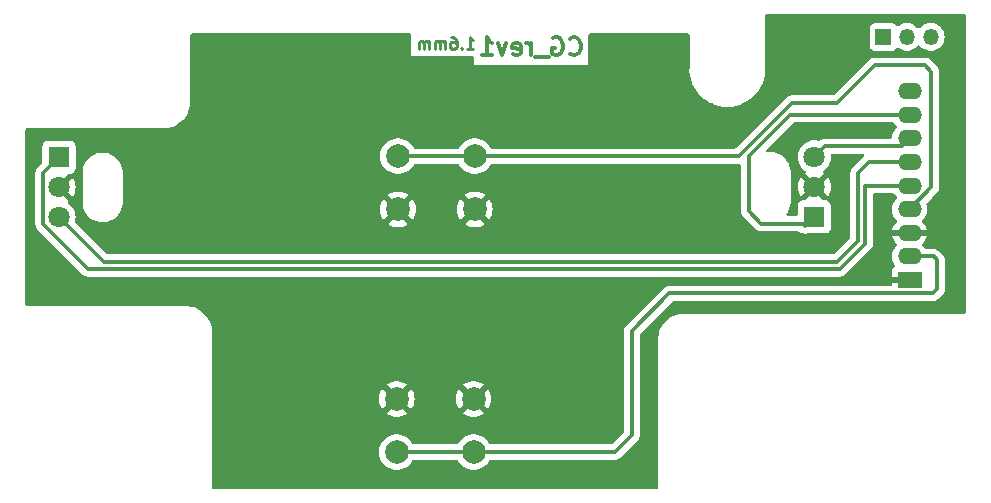
<source format=gbr>
%TF.GenerationSoftware,KiCad,Pcbnew,8.0.3*%
%TF.CreationDate,2024-07-06T14:58:55+01:00*%
%TF.ProjectId,XBox button board,58426f78-2062-4757-9474-6f6e20626f61,rev?*%
%TF.SameCoordinates,Original*%
%TF.FileFunction,Copper,L2,Bot*%
%TF.FilePolarity,Positive*%
%FSLAX46Y46*%
G04 Gerber Fmt 4.6, Leading zero omitted, Abs format (unit mm)*
G04 Created by KiCad (PCBNEW 8.0.3) date 2024-07-06 14:58:55*
%MOMM*%
%LPD*%
G01*
G04 APERTURE LIST*
%ADD10C,0.300000*%
%TA.AperFunction,NonConductor*%
%ADD11C,0.300000*%
%TD*%
%ADD12C,0.250000*%
%TA.AperFunction,NonConductor*%
%ADD13C,0.250000*%
%TD*%
%TA.AperFunction,ComponentPad*%
%ADD14C,2.000000*%
%TD*%
%TA.AperFunction,ComponentPad*%
%ADD15R,1.800000X1.800000*%
%TD*%
%TA.AperFunction,ComponentPad*%
%ADD16C,1.800000*%
%TD*%
%TA.AperFunction,ComponentPad*%
%ADD17R,1.350000X1.350000*%
%TD*%
%TA.AperFunction,ComponentPad*%
%ADD18O,1.350000X1.350000*%
%TD*%
%TA.AperFunction,ComponentPad*%
%ADD19R,2.000000X1.400000*%
%TD*%
%TA.AperFunction,ComponentPad*%
%ADD20O,2.000000X1.400000*%
%TD*%
%TA.AperFunction,Conductor*%
%ADD21C,0.300000*%
%TD*%
G04 APERTURE END LIST*
D10*
D11*
X155549176Y-81507971D02*
X155620604Y-81579400D01*
X155620604Y-81579400D02*
X155834890Y-81650828D01*
X155834890Y-81650828D02*
X155977747Y-81650828D01*
X155977747Y-81650828D02*
X156192033Y-81579400D01*
X156192033Y-81579400D02*
X156334890Y-81436542D01*
X156334890Y-81436542D02*
X156406319Y-81293685D01*
X156406319Y-81293685D02*
X156477747Y-81007971D01*
X156477747Y-81007971D02*
X156477747Y-80793685D01*
X156477747Y-80793685D02*
X156406319Y-80507971D01*
X156406319Y-80507971D02*
X156334890Y-80365114D01*
X156334890Y-80365114D02*
X156192033Y-80222257D01*
X156192033Y-80222257D02*
X155977747Y-80150828D01*
X155977747Y-80150828D02*
X155834890Y-80150828D01*
X155834890Y-80150828D02*
X155620604Y-80222257D01*
X155620604Y-80222257D02*
X155549176Y-80293685D01*
X154120604Y-80222257D02*
X154263462Y-80150828D01*
X154263462Y-80150828D02*
X154477747Y-80150828D01*
X154477747Y-80150828D02*
X154692033Y-80222257D01*
X154692033Y-80222257D02*
X154834890Y-80365114D01*
X154834890Y-80365114D02*
X154906319Y-80507971D01*
X154906319Y-80507971D02*
X154977747Y-80793685D01*
X154977747Y-80793685D02*
X154977747Y-81007971D01*
X154977747Y-81007971D02*
X154906319Y-81293685D01*
X154906319Y-81293685D02*
X154834890Y-81436542D01*
X154834890Y-81436542D02*
X154692033Y-81579400D01*
X154692033Y-81579400D02*
X154477747Y-81650828D01*
X154477747Y-81650828D02*
X154334890Y-81650828D01*
X154334890Y-81650828D02*
X154120604Y-81579400D01*
X154120604Y-81579400D02*
X154049176Y-81507971D01*
X154049176Y-81507971D02*
X154049176Y-81007971D01*
X154049176Y-81007971D02*
X154334890Y-81007971D01*
X153763462Y-81793685D02*
X152620604Y-81793685D01*
X152263462Y-81650828D02*
X152263462Y-80650828D01*
X152263462Y-80936542D02*
X152192033Y-80793685D01*
X152192033Y-80793685D02*
X152120605Y-80722257D01*
X152120605Y-80722257D02*
X151977747Y-80650828D01*
X151977747Y-80650828D02*
X151834890Y-80650828D01*
X150763462Y-81579400D02*
X150906319Y-81650828D01*
X150906319Y-81650828D02*
X151192034Y-81650828D01*
X151192034Y-81650828D02*
X151334891Y-81579400D01*
X151334891Y-81579400D02*
X151406319Y-81436542D01*
X151406319Y-81436542D02*
X151406319Y-80865114D01*
X151406319Y-80865114D02*
X151334891Y-80722257D01*
X151334891Y-80722257D02*
X151192034Y-80650828D01*
X151192034Y-80650828D02*
X150906319Y-80650828D01*
X150906319Y-80650828D02*
X150763462Y-80722257D01*
X150763462Y-80722257D02*
X150692034Y-80865114D01*
X150692034Y-80865114D02*
X150692034Y-81007971D01*
X150692034Y-81007971D02*
X151406319Y-81150828D01*
X150192034Y-80650828D02*
X149834891Y-81650828D01*
X149834891Y-81650828D02*
X149477748Y-80650828D01*
X148120605Y-81650828D02*
X148977748Y-81650828D01*
X148549177Y-81650828D02*
X148549177Y-80150828D01*
X148549177Y-80150828D02*
X148692034Y-80365114D01*
X148692034Y-80365114D02*
X148834891Y-80507971D01*
X148834891Y-80507971D02*
X148977748Y-80579400D01*
D12*
D13*
X146823622Y-81114619D02*
X147395050Y-81114619D01*
X147109336Y-81114619D02*
X147109336Y-80114619D01*
X147109336Y-80114619D02*
X147204574Y-80257476D01*
X147204574Y-80257476D02*
X147299812Y-80352714D01*
X147299812Y-80352714D02*
X147395050Y-80400333D01*
X146395050Y-81019380D02*
X146347431Y-81067000D01*
X146347431Y-81067000D02*
X146395050Y-81114619D01*
X146395050Y-81114619D02*
X146442669Y-81067000D01*
X146442669Y-81067000D02*
X146395050Y-81019380D01*
X146395050Y-81019380D02*
X146395050Y-81114619D01*
X145490289Y-80114619D02*
X145680765Y-80114619D01*
X145680765Y-80114619D02*
X145776003Y-80162238D01*
X145776003Y-80162238D02*
X145823622Y-80209857D01*
X145823622Y-80209857D02*
X145918860Y-80352714D01*
X145918860Y-80352714D02*
X145966479Y-80543190D01*
X145966479Y-80543190D02*
X145966479Y-80924142D01*
X145966479Y-80924142D02*
X145918860Y-81019380D01*
X145918860Y-81019380D02*
X145871241Y-81067000D01*
X145871241Y-81067000D02*
X145776003Y-81114619D01*
X145776003Y-81114619D02*
X145585527Y-81114619D01*
X145585527Y-81114619D02*
X145490289Y-81067000D01*
X145490289Y-81067000D02*
X145442670Y-81019380D01*
X145442670Y-81019380D02*
X145395051Y-80924142D01*
X145395051Y-80924142D02*
X145395051Y-80686047D01*
X145395051Y-80686047D02*
X145442670Y-80590809D01*
X145442670Y-80590809D02*
X145490289Y-80543190D01*
X145490289Y-80543190D02*
X145585527Y-80495571D01*
X145585527Y-80495571D02*
X145776003Y-80495571D01*
X145776003Y-80495571D02*
X145871241Y-80543190D01*
X145871241Y-80543190D02*
X145918860Y-80590809D01*
X145918860Y-80590809D02*
X145966479Y-80686047D01*
X144966479Y-81114619D02*
X144966479Y-80447952D01*
X144966479Y-80543190D02*
X144918860Y-80495571D01*
X144918860Y-80495571D02*
X144823622Y-80447952D01*
X144823622Y-80447952D02*
X144680765Y-80447952D01*
X144680765Y-80447952D02*
X144585527Y-80495571D01*
X144585527Y-80495571D02*
X144537908Y-80590809D01*
X144537908Y-80590809D02*
X144537908Y-81114619D01*
X144537908Y-80590809D02*
X144490289Y-80495571D01*
X144490289Y-80495571D02*
X144395051Y-80447952D01*
X144395051Y-80447952D02*
X144252194Y-80447952D01*
X144252194Y-80447952D02*
X144156955Y-80495571D01*
X144156955Y-80495571D02*
X144109336Y-80590809D01*
X144109336Y-80590809D02*
X144109336Y-81114619D01*
X143633146Y-81114619D02*
X143633146Y-80447952D01*
X143633146Y-80543190D02*
X143585527Y-80495571D01*
X143585527Y-80495571D02*
X143490289Y-80447952D01*
X143490289Y-80447952D02*
X143347432Y-80447952D01*
X143347432Y-80447952D02*
X143252194Y-80495571D01*
X143252194Y-80495571D02*
X143204575Y-80590809D01*
X143204575Y-80590809D02*
X143204575Y-81114619D01*
X143204575Y-80590809D02*
X143156956Y-80495571D01*
X143156956Y-80495571D02*
X143061718Y-80447952D01*
X143061718Y-80447952D02*
X142918861Y-80447952D01*
X142918861Y-80447952D02*
X142823622Y-80495571D01*
X142823622Y-80495571D02*
X142776003Y-80590809D01*
X142776003Y-80590809D02*
X142776003Y-81114619D01*
D14*
%TO.P,EJECT,1,1*%
%TO.N,GND*%
X147510830Y-94700000D03*
X141010830Y-94700000D03*
%TO.P,EJECT,2,2*%
%TO.N,Net-(J1-Pin_4)*%
X147510830Y-90200000D03*
X141010830Y-90200000D03*
%TD*%
D15*
%TO.P,D1,1,A1*%
%TO.N,Net-(D1-A1)*%
X112308830Y-90279000D03*
D16*
%TO.P,D1,2,K*%
%TO.N,GND*%
X112308830Y-92819000D03*
%TO.P,D1,3,A2*%
%TO.N,Net-(D1-A2)*%
X112308830Y-95359000D03*
%TD*%
D17*
%TO.P,J2,1,Pin_1*%
%TO.N,Net-(J2-Pin_1)*%
X182110830Y-80100000D03*
D18*
%TO.P,J2,2,Pin_2*%
%TO.N,Net-(HDD_LED1-C)*%
X184110830Y-80100000D03*
%TO.P,J2,3,Pin_3*%
%TO.N,Net-(J2-Pin_3)*%
X186110830Y-80100000D03*
%TD*%
D19*
%TO.P,J1,1,Pin_1*%
%TO.N,GND*%
X184317830Y-100693000D03*
D20*
%TO.P,J1,2,Pin_2*%
%TO.N,Net-(J1-Pin_2)*%
X184317830Y-98693000D03*
%TO.P,J1,3,Pin_3*%
%TO.N,GND*%
X184317830Y-96693000D03*
%TO.P,J1,4,Pin_4*%
%TO.N,Net-(J1-Pin_4)*%
X184317830Y-94693000D03*
%TO.P,J1,5,Pin_5*%
%TO.N,Net-(D1-A1)*%
X184317830Y-92693000D03*
%TO.P,J1,6,Pin_6*%
%TO.N,Net-(D1-A2)*%
X184317830Y-90693000D03*
%TO.P,J1,7,Pin_7*%
%TO.N,Net-(D2-A2)*%
X184317830Y-88693000D03*
%TO.P,J1,8,Pin_8*%
%TO.N,Net-(D2-A1)*%
X184317830Y-86693000D03*
%TO.P,J1,9,Pin_9*%
%TO.N,unconnected-(J1-Pin_9-Pad9)*%
X184317830Y-84693000D03*
%TD*%
D14*
%TO.P,POWER,1,1*%
%TO.N,GND*%
X140910830Y-110750000D03*
X147410830Y-110750000D03*
%TO.P,POWER,2,2*%
%TO.N,Net-(J1-Pin_2)*%
X140910830Y-115250000D03*
X147410830Y-115250000D03*
%TD*%
D15*
%TO.P,D2,1,A1*%
%TO.N,Net-(D2-A1)*%
X176250000Y-95330000D03*
D16*
%TO.P,D2,2,K*%
%TO.N,GND*%
X176250000Y-92790000D03*
%TO.P,D2,3,A2*%
%TO.N,Net-(D2-A2)*%
X176250000Y-90250000D03*
%TD*%
D21*
%TO.N,Net-(D1-A1)*%
X110958830Y-95918189D02*
X110958830Y-91629000D01*
X178409358Y-99750000D02*
X114790641Y-99750000D01*
X180617830Y-92693000D02*
X180560830Y-92750000D01*
X110958830Y-91629000D02*
X112308830Y-90279000D01*
X114790641Y-99750000D02*
X110958830Y-95918189D01*
X184317830Y-92693000D02*
X180617830Y-92693000D01*
X180560830Y-97598528D02*
X178409358Y-99750000D01*
X180560830Y-92750000D02*
X180560830Y-97598528D01*
%TO.N,Net-(D1-A2)*%
X179960830Y-97350000D02*
X178160830Y-99150000D01*
X180917830Y-90693000D02*
X179960830Y-91650000D01*
X184317830Y-90693000D02*
X180917830Y-90693000D01*
X179960830Y-91650000D02*
X179960830Y-97350000D01*
X178160830Y-99150000D02*
X116099830Y-99150000D01*
X116099830Y-99150000D02*
X112308830Y-95359000D01*
%TO.N,Net-(D2-A1)*%
X175671213Y-95908787D02*
X176250000Y-95330000D01*
X184317830Y-86693000D02*
X174217830Y-86693000D01*
X175500870Y-96100000D02*
X176130592Y-95470278D01*
X175661491Y-96058787D02*
X176250000Y-95470278D01*
X170698169Y-90212661D02*
X170698169Y-94848169D01*
X171758787Y-95908787D02*
X175671213Y-95908787D01*
X174217830Y-86693000D02*
X170698169Y-90212661D01*
X170698169Y-94848169D02*
X171758787Y-95908787D01*
%TO.N,Net-(J1-Pin_4)*%
X184317830Y-94693000D02*
X186160830Y-92850000D01*
X169862302Y-90200000D02*
X147510830Y-90200000D01*
X186160830Y-92850000D02*
X186160830Y-83050000D01*
X178160830Y-85700000D02*
X174362302Y-85700000D01*
X181360830Y-82500000D02*
X178160830Y-85700000D01*
X141010830Y-90200000D02*
X147510830Y-90200000D01*
X186160830Y-83050000D02*
X185610830Y-82500000D01*
X174362302Y-85700000D02*
X169862302Y-90200000D01*
X185610830Y-82500000D02*
X181360830Y-82500000D01*
%TO.N,Net-(J1-Pin_2)*%
X186660830Y-101450000D02*
X186292830Y-101818000D01*
X186353830Y-98693000D02*
X186660830Y-99000000D01*
X163992830Y-101818000D02*
X160810830Y-105000000D01*
X160810830Y-113800000D02*
X159360830Y-115250000D01*
X140910830Y-115250000D02*
X147410830Y-115250000D01*
X160810830Y-105000000D02*
X160810830Y-113800000D01*
X159360830Y-115250000D02*
X147410830Y-115250000D01*
X186292830Y-101818000D02*
X163992830Y-101818000D01*
X186660830Y-99000000D02*
X186660830Y-101450000D01*
X184317830Y-98693000D02*
X186353830Y-98693000D01*
%TO.N,Net-(D2-A2)*%
X184317830Y-88693000D02*
X183642830Y-89368000D01*
X183642830Y-89368000D02*
X177132000Y-89368000D01*
X177132000Y-89368000D02*
X176250000Y-90250000D01*
%TD*%
%TA.AperFunction,Conductor*%
%TO.N,GND*%
G36*
X183010404Y-87363185D02*
G01*
X183043682Y-87394613D01*
X183084207Y-87450391D01*
X183102141Y-87475074D01*
X183232386Y-87605319D01*
X183265871Y-87666642D01*
X183260887Y-87736334D01*
X183232386Y-87780681D01*
X183102142Y-87910924D01*
X183102142Y-87910925D01*
X183102140Y-87910927D01*
X183077433Y-87944933D01*
X182991070Y-88063800D01*
X182905284Y-88232163D01*
X182846889Y-88411881D01*
X182817331Y-88598504D01*
X182816961Y-88603217D01*
X182792083Y-88668508D01*
X182735856Y-88709984D01*
X182693342Y-88717500D01*
X177067929Y-88717500D01*
X176942261Y-88742497D01*
X176942255Y-88742499D01*
X176823870Y-88791535D01*
X176717334Y-88862720D01*
X176713261Y-88866063D01*
X176648948Y-88893369D01*
X176600165Y-88888113D01*
X176599951Y-88888960D01*
X176594987Y-88887703D01*
X176539836Y-88878500D01*
X176366049Y-88849500D01*
X176133951Y-88849500D01*
X176088164Y-88857140D01*
X175905015Y-88887702D01*
X175685504Y-88963061D01*
X175685495Y-88963064D01*
X175481371Y-89073531D01*
X175481365Y-89073535D01*
X175298222Y-89216081D01*
X175298219Y-89216084D01*
X175141016Y-89386852D01*
X175014075Y-89581151D01*
X174920842Y-89793699D01*
X174863866Y-90018691D01*
X174863864Y-90018702D01*
X174844700Y-90249993D01*
X174844700Y-90250006D01*
X174863864Y-90481297D01*
X174863866Y-90481308D01*
X174920842Y-90706300D01*
X175014075Y-90918848D01*
X175141016Y-91113147D01*
X175141019Y-91113151D01*
X175141021Y-91113153D01*
X175298216Y-91283913D01*
X175474777Y-91421335D01*
X175476225Y-91422462D01*
X175517038Y-91479173D01*
X175520713Y-91548946D01*
X175486082Y-91609629D01*
X175476225Y-91618170D01*
X175451201Y-91637646D01*
X175451200Y-91637647D01*
X176161415Y-92347861D01*
X176076306Y-92370667D01*
X175973694Y-92429910D01*
X175889910Y-92513694D01*
X175830667Y-92616306D01*
X175807861Y-92701415D01*
X175098811Y-91992365D01*
X175014516Y-92121390D01*
X174921317Y-92333864D01*
X174864361Y-92558781D01*
X174845202Y-92789994D01*
X174845202Y-92790005D01*
X174864361Y-93021218D01*
X174921317Y-93246135D01*
X175014515Y-93458606D01*
X175098812Y-93587633D01*
X175807861Y-92878584D01*
X175830667Y-92963694D01*
X175889910Y-93066306D01*
X175973694Y-93150090D01*
X176076306Y-93209333D01*
X176161414Y-93232138D01*
X175500371Y-93893181D01*
X175439048Y-93926666D01*
X175412691Y-93929500D01*
X175302130Y-93929500D01*
X175302123Y-93929501D01*
X175242516Y-93935908D01*
X175107671Y-93986202D01*
X175107664Y-93986206D01*
X174992455Y-94072452D01*
X174992452Y-94072455D01*
X174906206Y-94187664D01*
X174906202Y-94187671D01*
X174855908Y-94322517D01*
X174849501Y-94382116D01*
X174849501Y-94382123D01*
X174849500Y-94382135D01*
X174849500Y-95134287D01*
X174829815Y-95201326D01*
X174777011Y-95247081D01*
X174725500Y-95258287D01*
X174018944Y-95258287D01*
X173951905Y-95238602D01*
X173906150Y-95185798D01*
X173896206Y-95116640D01*
X173916488Y-95064438D01*
X174026805Y-94902634D01*
X174137389Y-94673004D01*
X174212513Y-94429458D01*
X174250500Y-94177435D01*
X174250500Y-94050000D01*
X174250500Y-94010118D01*
X174250500Y-91510118D01*
X174250500Y-91422565D01*
X174212513Y-91170542D01*
X174137389Y-90926996D01*
X174107961Y-90865888D01*
X174026809Y-90697373D01*
X174026808Y-90697372D01*
X174026807Y-90697371D01*
X174026805Y-90697366D01*
X173883232Y-90486783D01*
X173709877Y-90299950D01*
X173510612Y-90141041D01*
X173289888Y-90013607D01*
X173052637Y-89920492D01*
X173052630Y-89920490D01*
X172804154Y-89863777D01*
X172550005Y-89844732D01*
X172549995Y-89844732D01*
X172295844Y-89863777D01*
X172289360Y-89865257D01*
X172219621Y-89860981D01*
X172163265Y-89819681D01*
X172138183Y-89754468D01*
X172152340Y-89686048D01*
X172174086Y-89656688D01*
X174450957Y-87379819D01*
X174512280Y-87346334D01*
X174538638Y-87343500D01*
X182943365Y-87343500D01*
X183010404Y-87363185D01*
G37*
%TD.AperFunction*%
%TA.AperFunction,Conductor*%
G36*
X188946334Y-78160493D02*
G01*
X189013371Y-78180179D01*
X189059125Y-78232984D01*
X189070330Y-78284493D01*
X189070330Y-103416500D01*
X189050645Y-103483539D01*
X188997841Y-103529294D01*
X188946330Y-103540500D01*
X165184040Y-103540500D01*
X165183741Y-103540528D01*
X165102724Y-103540528D01*
X164838450Y-103572614D01*
X164838449Y-103572614D01*
X164579992Y-103636314D01*
X164331071Y-103730713D01*
X164095350Y-103854426D01*
X164095338Y-103854433D01*
X163876266Y-104005645D01*
X163677000Y-104182177D01*
X163500469Y-104381437D01*
X163456734Y-104444798D01*
X163349238Y-104600530D01*
X163225529Y-104836235D01*
X163131126Y-105085154D01*
X163067418Y-105343627D01*
X163035330Y-105607892D01*
X163035330Y-118275500D01*
X163015645Y-118342539D01*
X162962841Y-118388294D01*
X162911330Y-118399500D01*
X125374644Y-118399500D01*
X125307605Y-118379815D01*
X125261850Y-118327011D01*
X125250644Y-118275445D01*
X125251376Y-116628827D01*
X125253989Y-110749994D01*
X139405689Y-110749994D01*
X139405689Y-110750005D01*
X139426215Y-110997729D01*
X139426217Y-110997738D01*
X139487242Y-111238717D01*
X139587096Y-111466364D01*
X139687394Y-111619882D01*
X140387042Y-110920234D01*
X140398312Y-110962292D01*
X140470720Y-111087708D01*
X140573122Y-111190110D01*
X140698538Y-111262518D01*
X140740595Y-111273787D01*
X140040772Y-111973609D01*
X140087598Y-112010055D01*
X140087600Y-112010056D01*
X140306215Y-112128364D01*
X140306226Y-112128369D01*
X140541336Y-112209083D01*
X140786537Y-112250000D01*
X141035123Y-112250000D01*
X141280323Y-112209083D01*
X141515433Y-112128369D01*
X141515444Y-112128364D01*
X141734058Y-112010057D01*
X141734061Y-112010055D01*
X141780886Y-111973609D01*
X141081064Y-111273787D01*
X141123122Y-111262518D01*
X141248538Y-111190110D01*
X141350940Y-111087708D01*
X141423348Y-110962292D01*
X141434617Y-110920234D01*
X142134264Y-111619882D01*
X142234561Y-111466369D01*
X142334417Y-111238717D01*
X142395442Y-110997738D01*
X142395444Y-110997729D01*
X142415971Y-110750005D01*
X142415971Y-110749994D01*
X145905689Y-110749994D01*
X145905689Y-110750005D01*
X145926215Y-110997729D01*
X145926217Y-110997738D01*
X145987242Y-111238717D01*
X146087096Y-111466364D01*
X146187394Y-111619882D01*
X146887042Y-110920234D01*
X146898312Y-110962292D01*
X146970720Y-111087708D01*
X147073122Y-111190110D01*
X147198538Y-111262518D01*
X147240595Y-111273787D01*
X146540772Y-111973609D01*
X146587598Y-112010055D01*
X146587600Y-112010056D01*
X146806215Y-112128364D01*
X146806226Y-112128369D01*
X147041336Y-112209083D01*
X147286537Y-112250000D01*
X147535123Y-112250000D01*
X147780323Y-112209083D01*
X148015433Y-112128369D01*
X148015444Y-112128364D01*
X148234058Y-112010057D01*
X148234061Y-112010055D01*
X148280886Y-111973609D01*
X147581064Y-111273787D01*
X147623122Y-111262518D01*
X147748538Y-111190110D01*
X147850940Y-111087708D01*
X147923348Y-110962292D01*
X147934617Y-110920234D01*
X148634264Y-111619882D01*
X148734561Y-111466369D01*
X148834417Y-111238717D01*
X148895442Y-110997738D01*
X148895444Y-110997729D01*
X148915971Y-110750005D01*
X148915971Y-110749994D01*
X148895444Y-110502270D01*
X148895442Y-110502261D01*
X148834417Y-110261282D01*
X148734561Y-110033630D01*
X148634264Y-109880116D01*
X147934617Y-110579764D01*
X147923348Y-110537708D01*
X147850940Y-110412292D01*
X147748538Y-110309890D01*
X147623122Y-110237482D01*
X147581065Y-110226212D01*
X148280887Y-109526390D01*
X148280886Y-109526389D01*
X148234059Y-109489943D01*
X148015444Y-109371635D01*
X148015433Y-109371630D01*
X147780323Y-109290916D01*
X147535123Y-109250000D01*
X147286537Y-109250000D01*
X147041336Y-109290916D01*
X146806226Y-109371630D01*
X146806220Y-109371632D01*
X146587591Y-109489949D01*
X146540772Y-109526388D01*
X146540772Y-109526390D01*
X147240595Y-110226212D01*
X147198538Y-110237482D01*
X147073122Y-110309890D01*
X146970720Y-110412292D01*
X146898312Y-110537708D01*
X146887042Y-110579764D01*
X146187394Y-109880116D01*
X146087097Y-110033632D01*
X145987242Y-110261282D01*
X145926217Y-110502261D01*
X145926215Y-110502270D01*
X145905689Y-110749994D01*
X142415971Y-110749994D01*
X142395444Y-110502270D01*
X142395442Y-110502261D01*
X142334417Y-110261282D01*
X142234561Y-110033630D01*
X142134264Y-109880116D01*
X141434617Y-110579764D01*
X141423348Y-110537708D01*
X141350940Y-110412292D01*
X141248538Y-110309890D01*
X141123122Y-110237482D01*
X141081065Y-110226212D01*
X141780887Y-109526390D01*
X141780886Y-109526389D01*
X141734059Y-109489943D01*
X141515444Y-109371635D01*
X141515433Y-109371630D01*
X141280323Y-109290916D01*
X141035123Y-109250000D01*
X140786537Y-109250000D01*
X140541336Y-109290916D01*
X140306226Y-109371630D01*
X140306220Y-109371632D01*
X140087591Y-109489949D01*
X140040772Y-109526388D01*
X140040772Y-109526390D01*
X140740595Y-110226212D01*
X140698538Y-110237482D01*
X140573122Y-110309890D01*
X140470720Y-110412292D01*
X140398312Y-110537708D01*
X140387042Y-110579764D01*
X139687394Y-109880116D01*
X139587097Y-110033632D01*
X139487242Y-110261282D01*
X139426217Y-110502261D01*
X139426215Y-110502270D01*
X139405689Y-110749994D01*
X125253989Y-110749994D01*
X125256518Y-105061196D01*
X125256516Y-105061192D01*
X125256522Y-105049366D01*
X125256520Y-105049351D01*
X125256554Y-104967892D01*
X125224546Y-104703450D01*
X125221696Y-104691873D01*
X125160880Y-104444802D01*
X125160879Y-104444801D01*
X125160879Y-104444798D01*
X125066482Y-104195712D01*
X124942734Y-103959830D01*
X124869995Y-103854426D01*
X124791439Y-103740592D01*
X124791438Y-103740591D01*
X124614811Y-103541203D01*
X124415421Y-103364569D01*
X124196185Y-103213275D01*
X123960303Y-103089523D01*
X123711224Y-102995127D01*
X123452570Y-102931457D01*
X123452564Y-102931456D01*
X123188134Y-102899447D01*
X123188129Y-102899447D01*
X123187559Y-102899447D01*
X123109275Y-102899478D01*
X123109264Y-102899477D01*
X123064268Y-102899495D01*
X123064269Y-102899496D01*
X123054943Y-102899500D01*
X123015061Y-102899516D01*
X123015061Y-102899517D01*
X123015059Y-102899517D01*
X122643161Y-102899678D01*
X109585377Y-102905358D01*
X109518329Y-102885703D01*
X109472551Y-102832919D01*
X109461323Y-102781363D01*
X109461121Y-91564928D01*
X110308330Y-91564928D01*
X110308330Y-95982258D01*
X110319007Y-96035930D01*
X110319007Y-96035933D01*
X110333327Y-96107925D01*
X110333329Y-96107933D01*
X110371464Y-96200000D01*
X110382365Y-96226316D01*
X110426921Y-96293000D01*
X110453556Y-96332862D01*
X114375967Y-100255273D01*
X114375970Y-100255275D01*
X114375972Y-100255277D01*
X114482514Y-100326465D01*
X114600897Y-100375501D01*
X114600901Y-100375501D01*
X114600902Y-100375502D01*
X114726569Y-100400500D01*
X114726572Y-100400500D01*
X178473429Y-100400500D01*
X178557973Y-100383682D01*
X178599102Y-100375501D01*
X178717485Y-100326465D01*
X178824027Y-100255277D01*
X181066107Y-98013197D01*
X181137295Y-97906655D01*
X181186331Y-97788272D01*
X181196733Y-97735981D01*
X181211330Y-97662599D01*
X181211330Y-93467500D01*
X181231015Y-93400461D01*
X181283819Y-93354706D01*
X181335330Y-93343500D01*
X182943365Y-93343500D01*
X183010404Y-93363185D01*
X183043682Y-93394613D01*
X183076616Y-93439943D01*
X183102141Y-93475074D01*
X183232386Y-93605319D01*
X183265871Y-93666642D01*
X183260887Y-93736334D01*
X183232386Y-93780681D01*
X183102142Y-93910924D01*
X183102142Y-93910925D01*
X183102140Y-93910927D01*
X183067576Y-93958500D01*
X182991070Y-94063800D01*
X182905284Y-94232163D01*
X182846889Y-94411881D01*
X182817330Y-94598513D01*
X182817330Y-94787486D01*
X182846889Y-94974118D01*
X182905284Y-95153836D01*
X182958505Y-95258287D01*
X182991070Y-95322199D01*
X183102140Y-95475073D01*
X183102142Y-95475075D01*
X183232739Y-95605672D01*
X183266224Y-95666995D01*
X183261240Y-95736687D01*
X183232739Y-95781034D01*
X183102519Y-95911253D01*
X183102515Y-95911258D01*
X182991500Y-96064059D01*
X182905744Y-96232362D01*
X182847378Y-96411997D01*
X182842468Y-96443000D01*
X184002144Y-96443000D01*
X183997750Y-96447394D01*
X183945089Y-96538606D01*
X183917830Y-96640339D01*
X183917830Y-96745661D01*
X183945089Y-96847394D01*
X183997750Y-96938606D01*
X184002144Y-96943000D01*
X182842468Y-96943000D01*
X182847378Y-96974002D01*
X182905744Y-97153637D01*
X182991500Y-97321940D01*
X183102515Y-97474741D01*
X183102519Y-97474746D01*
X183232739Y-97604966D01*
X183266224Y-97666289D01*
X183261240Y-97735981D01*
X183232739Y-97780328D01*
X183102142Y-97910924D01*
X183102142Y-97910925D01*
X183102140Y-97910927D01*
X183054440Y-97976579D01*
X182991070Y-98063800D01*
X182905284Y-98232163D01*
X182846889Y-98411881D01*
X182817330Y-98598513D01*
X182817330Y-98787486D01*
X182846889Y-98974118D01*
X182905284Y-99153836D01*
X182991070Y-99322199D01*
X183056082Y-99411680D01*
X183079562Y-99477485D01*
X183063737Y-99545539D01*
X183030076Y-99583831D01*
X182960639Y-99635812D01*
X182874479Y-99750906D01*
X182874475Y-99750913D01*
X182824233Y-99885620D01*
X182824231Y-99885627D01*
X182817830Y-99945155D01*
X182817830Y-100443000D01*
X184002144Y-100443000D01*
X183997750Y-100447394D01*
X183945089Y-100538606D01*
X183917830Y-100640339D01*
X183917830Y-100745661D01*
X183945089Y-100847394D01*
X183997750Y-100938606D01*
X184002144Y-100943000D01*
X182817830Y-100943000D01*
X182817830Y-101043500D01*
X182798145Y-101110539D01*
X182745341Y-101156294D01*
X182693830Y-101167500D01*
X163928759Y-101167500D01*
X163803091Y-101192497D01*
X163803081Y-101192500D01*
X163754050Y-101212810D01*
X163684711Y-101241530D01*
X163684693Y-101241540D01*
X163578162Y-101312721D01*
X163578155Y-101312727D01*
X160305556Y-104585326D01*
X160234364Y-104691874D01*
X160185329Y-104810255D01*
X160185327Y-104810261D01*
X160160330Y-104935928D01*
X160160330Y-113479192D01*
X160140645Y-113546231D01*
X160124011Y-113566873D01*
X159127703Y-114563181D01*
X159066380Y-114596666D01*
X159040022Y-114599500D01*
X148844667Y-114599500D01*
X148777628Y-114579815D01*
X148738268Y-114537384D01*
X148737808Y-114537686D01*
X148736044Y-114534987D01*
X148735616Y-114534525D01*
X148735003Y-114533393D01*
X148598996Y-114325217D01*
X148577387Y-114301744D01*
X148430574Y-114142262D01*
X148234339Y-113989526D01*
X148234337Y-113989525D01*
X148234336Y-113989524D01*
X148015641Y-113871172D01*
X148015632Y-113871169D01*
X147780446Y-113790429D01*
X147535165Y-113749500D01*
X147286495Y-113749500D01*
X147041213Y-113790429D01*
X146806027Y-113871169D01*
X146806018Y-113871172D01*
X146587323Y-113989524D01*
X146391087Y-114142261D01*
X146222663Y-114325217D01*
X146086656Y-114533393D01*
X146086044Y-114534525D01*
X146085672Y-114534898D01*
X146083852Y-114537686D01*
X146083278Y-114537311D01*
X146036821Y-114584112D01*
X145976993Y-114599500D01*
X142344667Y-114599500D01*
X142277628Y-114579815D01*
X142238268Y-114537384D01*
X142237808Y-114537686D01*
X142236044Y-114534987D01*
X142235616Y-114534525D01*
X142235003Y-114533393D01*
X142098996Y-114325217D01*
X142077387Y-114301744D01*
X141930574Y-114142262D01*
X141734339Y-113989526D01*
X141734337Y-113989525D01*
X141734336Y-113989524D01*
X141515641Y-113871172D01*
X141515632Y-113871169D01*
X141280446Y-113790429D01*
X141035165Y-113749500D01*
X140786495Y-113749500D01*
X140541213Y-113790429D01*
X140306027Y-113871169D01*
X140306018Y-113871172D01*
X140087323Y-113989524D01*
X139891087Y-114142261D01*
X139722663Y-114325217D01*
X139586656Y-114533393D01*
X139486766Y-114761118D01*
X139425722Y-115002175D01*
X139425720Y-115002187D01*
X139405187Y-115249994D01*
X139405187Y-115250005D01*
X139425720Y-115497812D01*
X139425722Y-115497824D01*
X139486766Y-115738881D01*
X139586656Y-115966606D01*
X139722663Y-116174782D01*
X139722666Y-116174785D01*
X139891086Y-116357738D01*
X140087321Y-116510474D01*
X140306020Y-116628828D01*
X140541216Y-116709571D01*
X140786495Y-116750500D01*
X141035165Y-116750500D01*
X141280444Y-116709571D01*
X141515640Y-116628828D01*
X141734339Y-116510474D01*
X141930574Y-116357738D01*
X142098994Y-116174785D01*
X142235003Y-115966607D01*
X142235005Y-115966601D01*
X142235616Y-115965475D01*
X142235987Y-115965101D01*
X142237808Y-115962314D01*
X142238381Y-115962688D01*
X142284839Y-115915888D01*
X142344667Y-115900500D01*
X145976993Y-115900500D01*
X146044032Y-115920185D01*
X146083391Y-115962615D01*
X146083852Y-115962314D01*
X146085615Y-115965012D01*
X146086044Y-115965475D01*
X146086656Y-115966606D01*
X146222663Y-116174782D01*
X146222666Y-116174785D01*
X146391086Y-116357738D01*
X146587321Y-116510474D01*
X146806020Y-116628828D01*
X147041216Y-116709571D01*
X147286495Y-116750500D01*
X147535165Y-116750500D01*
X147780444Y-116709571D01*
X148015640Y-116628828D01*
X148234339Y-116510474D01*
X148430574Y-116357738D01*
X148598994Y-116174785D01*
X148735003Y-115966607D01*
X148735005Y-115966601D01*
X148735616Y-115965475D01*
X148735987Y-115965101D01*
X148737808Y-115962314D01*
X148738381Y-115962688D01*
X148784839Y-115915888D01*
X148844667Y-115900500D01*
X159424901Y-115900500D01*
X159509445Y-115883682D01*
X159550574Y-115875501D01*
X159668957Y-115826465D01*
X159775499Y-115755277D01*
X161316107Y-114214669D01*
X161387296Y-114108126D01*
X161436331Y-113989743D01*
X161461330Y-113864069D01*
X161461330Y-113735931D01*
X161461330Y-105320808D01*
X161481015Y-105253769D01*
X161497649Y-105233127D01*
X164225957Y-102504819D01*
X164287280Y-102471334D01*
X164313638Y-102468500D01*
X186356901Y-102468500D01*
X186441445Y-102451682D01*
X186482574Y-102443501D01*
X186600957Y-102394465D01*
X186707499Y-102323277D01*
X187166107Y-101864669D01*
X187237296Y-101758126D01*
X187286331Y-101639743D01*
X187311330Y-101514069D01*
X187311330Y-101385931D01*
X187311330Y-98935931D01*
X187311330Y-98935928D01*
X187286332Y-98810261D01*
X187286331Y-98810260D01*
X187286331Y-98810256D01*
X187255296Y-98735331D01*
X187237296Y-98691874D01*
X187166107Y-98585331D01*
X187166102Y-98585325D01*
X186768503Y-98187726D01*
X186768499Y-98187723D01*
X186661957Y-98116535D01*
X186543574Y-98067499D01*
X186524983Y-98063801D01*
X186524978Y-98063800D01*
X186417901Y-98042500D01*
X186417899Y-98042500D01*
X185692295Y-98042500D01*
X185625256Y-98022815D01*
X185591977Y-97991386D01*
X185533520Y-97910927D01*
X185402921Y-97780328D01*
X185369436Y-97719005D01*
X185374420Y-97649313D01*
X185402921Y-97604966D01*
X185533140Y-97474746D01*
X185533144Y-97474741D01*
X185644159Y-97321940D01*
X185729915Y-97153637D01*
X185788281Y-96974002D01*
X185793192Y-96943000D01*
X184633516Y-96943000D01*
X184637910Y-96938606D01*
X184690571Y-96847394D01*
X184717830Y-96745661D01*
X184717830Y-96640339D01*
X184690571Y-96538606D01*
X184637910Y-96447394D01*
X184633516Y-96443000D01*
X185793192Y-96443000D01*
X185788281Y-96411997D01*
X185729915Y-96232362D01*
X185644159Y-96064059D01*
X185533144Y-95911258D01*
X185533140Y-95911253D01*
X185402921Y-95781034D01*
X185369436Y-95719711D01*
X185374420Y-95650019D01*
X185402921Y-95605672D01*
X185438711Y-95569882D01*
X185533520Y-95475073D01*
X185644590Y-95322199D01*
X185730377Y-95153832D01*
X185788770Y-94974118D01*
X185798571Y-94912238D01*
X185818330Y-94787486D01*
X185818330Y-94598513D01*
X185788770Y-94411881D01*
X185759733Y-94322516D01*
X185746066Y-94280456D01*
X185744072Y-94210617D01*
X185776317Y-94154458D01*
X186194442Y-93736334D01*
X186666107Y-93264669D01*
X186737296Y-93158126D01*
X186786331Y-93039743D01*
X186794013Y-93001127D01*
X186811330Y-92914069D01*
X186811330Y-82985931D01*
X186811330Y-82985928D01*
X186786332Y-82860261D01*
X186786331Y-82860260D01*
X186786331Y-82860256D01*
X186737295Y-82741873D01*
X186702464Y-82689744D01*
X186702464Y-82689743D01*
X186666109Y-82635334D01*
X186666103Y-82635326D01*
X186025503Y-81994726D01*
X186025499Y-81994723D01*
X185918957Y-81923535D01*
X185800574Y-81874499D01*
X185800568Y-81874497D01*
X185674901Y-81849500D01*
X185674899Y-81849500D01*
X181296761Y-81849500D01*
X181296759Y-81849500D01*
X181171091Y-81874497D01*
X181171085Y-81874499D01*
X181052700Y-81923535D01*
X180946161Y-81994722D01*
X180946154Y-81994728D01*
X177927703Y-85013181D01*
X177866380Y-85046666D01*
X177840022Y-85049500D01*
X174298231Y-85049500D01*
X174172563Y-85074497D01*
X174172557Y-85074499D01*
X174054176Y-85123534D01*
X173947628Y-85194726D01*
X173947627Y-85194727D01*
X169629175Y-89513181D01*
X169567852Y-89546666D01*
X169541494Y-89549500D01*
X148944667Y-89549500D01*
X148877628Y-89529815D01*
X148838268Y-89487384D01*
X148837808Y-89487686D01*
X148836044Y-89484987D01*
X148835616Y-89484525D01*
X148835003Y-89483393D01*
X148698996Y-89275217D01*
X148571453Y-89136669D01*
X148530574Y-89092262D01*
X148334339Y-88939526D01*
X148334337Y-88939525D01*
X148334336Y-88939524D01*
X148115641Y-88821172D01*
X148115632Y-88821169D01*
X147880446Y-88740429D01*
X147635165Y-88699500D01*
X147386495Y-88699500D01*
X147141213Y-88740429D01*
X146906027Y-88821169D01*
X146906018Y-88821172D01*
X146687323Y-88939524D01*
X146491087Y-89092261D01*
X146322663Y-89275217D01*
X146186656Y-89483393D01*
X146186044Y-89484525D01*
X146185672Y-89484898D01*
X146183852Y-89487686D01*
X146183278Y-89487311D01*
X146136821Y-89534112D01*
X146076993Y-89549500D01*
X142444667Y-89549500D01*
X142377628Y-89529815D01*
X142338268Y-89487384D01*
X142337808Y-89487686D01*
X142336044Y-89484987D01*
X142335616Y-89484525D01*
X142335003Y-89483393D01*
X142198996Y-89275217D01*
X142071453Y-89136669D01*
X142030574Y-89092262D01*
X141834339Y-88939526D01*
X141834337Y-88939525D01*
X141834336Y-88939524D01*
X141615641Y-88821172D01*
X141615632Y-88821169D01*
X141380446Y-88740429D01*
X141135165Y-88699500D01*
X140886495Y-88699500D01*
X140641213Y-88740429D01*
X140406027Y-88821169D01*
X140406018Y-88821172D01*
X140187323Y-88939524D01*
X139991087Y-89092261D01*
X139822663Y-89275217D01*
X139686656Y-89483393D01*
X139586766Y-89711118D01*
X139525722Y-89952175D01*
X139525720Y-89952187D01*
X139505187Y-90199994D01*
X139505187Y-90200005D01*
X139525720Y-90447812D01*
X139525722Y-90447824D01*
X139586766Y-90688881D01*
X139686656Y-90916606D01*
X139822663Y-91124782D01*
X139822666Y-91124785D01*
X139991086Y-91307738D01*
X140187321Y-91460474D01*
X140221874Y-91479173D01*
X140380340Y-91564931D01*
X140406020Y-91578828D01*
X140641216Y-91659571D01*
X140886495Y-91700500D01*
X141135165Y-91700500D01*
X141380444Y-91659571D01*
X141615640Y-91578828D01*
X141834339Y-91460474D01*
X142030574Y-91307738D01*
X142198994Y-91124785D01*
X142335003Y-90916607D01*
X142335005Y-90916601D01*
X142335616Y-90915475D01*
X142335987Y-90915101D01*
X142337808Y-90912314D01*
X142338381Y-90912688D01*
X142384839Y-90865888D01*
X142444667Y-90850500D01*
X146076993Y-90850500D01*
X146144032Y-90870185D01*
X146183391Y-90912615D01*
X146183852Y-90912314D01*
X146185615Y-90915012D01*
X146186044Y-90915475D01*
X146186656Y-90916606D01*
X146322663Y-91124782D01*
X146322666Y-91124785D01*
X146491086Y-91307738D01*
X146687321Y-91460474D01*
X146721874Y-91479173D01*
X146880340Y-91564931D01*
X146906020Y-91578828D01*
X147141216Y-91659571D01*
X147386495Y-91700500D01*
X147635165Y-91700500D01*
X147880444Y-91659571D01*
X148115640Y-91578828D01*
X148334339Y-91460474D01*
X148530574Y-91307738D01*
X148698994Y-91124785D01*
X148835003Y-90916607D01*
X148835005Y-90916601D01*
X148835616Y-90915475D01*
X148835987Y-90915101D01*
X148837808Y-90912314D01*
X148838381Y-90912688D01*
X148884839Y-90865888D01*
X148944667Y-90850500D01*
X169923669Y-90850500D01*
X169990708Y-90870185D01*
X170036463Y-90922989D01*
X170047669Y-90974500D01*
X170047669Y-94912239D01*
X170069477Y-95021869D01*
X170069477Y-95021871D01*
X170072666Y-95037905D01*
X170072670Y-95037918D01*
X170121701Y-95156292D01*
X170192895Y-95262842D01*
X171344114Y-96414061D01*
X171431317Y-96472328D01*
X171431322Y-96472331D01*
X171431323Y-96472332D01*
X171431322Y-96472332D01*
X171450658Y-96485251D01*
X171450659Y-96485251D01*
X171450660Y-96485252D01*
X171569043Y-96534288D01*
X171569047Y-96534288D01*
X171569048Y-96534289D01*
X171694715Y-96559287D01*
X171694718Y-96559287D01*
X174913434Y-96559287D01*
X174980473Y-96578972D01*
X174987745Y-96584021D01*
X175107664Y-96673793D01*
X175107671Y-96673797D01*
X175242516Y-96724091D01*
X175288329Y-96729016D01*
X175302108Y-96730498D01*
X175302118Y-96730499D01*
X175302127Y-96730500D01*
X175324044Y-96730499D01*
X175348234Y-96732881D01*
X175408971Y-96744963D01*
X175436800Y-96750499D01*
X175436801Y-96750499D01*
X175564940Y-96750499D01*
X175653503Y-96732882D01*
X175677695Y-96730499D01*
X177197871Y-96730499D01*
X177197872Y-96730499D01*
X177257483Y-96724091D01*
X177392331Y-96673796D01*
X177507546Y-96587546D01*
X177593796Y-96472331D01*
X177644091Y-96337483D01*
X177650500Y-96277873D01*
X177650499Y-94382128D01*
X177644091Y-94322517D01*
X177602543Y-94211122D01*
X177593797Y-94187671D01*
X177593793Y-94187664D01*
X177507547Y-94072455D01*
X177507544Y-94072452D01*
X177392335Y-93986206D01*
X177392328Y-93986202D01*
X177257482Y-93935908D01*
X177257483Y-93935908D01*
X177197883Y-93929501D01*
X177197881Y-93929500D01*
X177197873Y-93929500D01*
X177197865Y-93929500D01*
X177087308Y-93929500D01*
X177020269Y-93909815D01*
X176999627Y-93893181D01*
X176338585Y-93232137D01*
X176423694Y-93209333D01*
X176526306Y-93150090D01*
X176610090Y-93066306D01*
X176669333Y-92963694D01*
X176692138Y-92878585D01*
X177401186Y-93587633D01*
X177485482Y-93458611D01*
X177578682Y-93246135D01*
X177635638Y-93021218D01*
X177654798Y-92790005D01*
X177654798Y-92789994D01*
X177635638Y-92558781D01*
X177578682Y-92333864D01*
X177485484Y-92121393D01*
X177401186Y-91992365D01*
X176692137Y-92701414D01*
X176669333Y-92616306D01*
X176610090Y-92513694D01*
X176526306Y-92429910D01*
X176423694Y-92370667D01*
X176338584Y-92347861D01*
X177048797Y-91637647D01*
X177048797Y-91637646D01*
X177023773Y-91618169D01*
X176982961Y-91561459D01*
X176979286Y-91491686D01*
X177013918Y-91431003D01*
X177023760Y-91422473D01*
X177201784Y-91283913D01*
X177358979Y-91113153D01*
X177485924Y-90918849D01*
X177579157Y-90706300D01*
X177636134Y-90481305D01*
X177636135Y-90481297D01*
X177655300Y-90250006D01*
X177655300Y-90250004D01*
X177647241Y-90152739D01*
X177661323Y-90084303D01*
X177710169Y-90034344D01*
X177770818Y-90018500D01*
X180373021Y-90018500D01*
X180440060Y-90038185D01*
X180485815Y-90090989D01*
X180495759Y-90160147D01*
X180466734Y-90223703D01*
X180460702Y-90230181D01*
X179455557Y-91235325D01*
X179455551Y-91235332D01*
X179398398Y-91320869D01*
X179398399Y-91320870D01*
X179398397Y-91320873D01*
X179384365Y-91341873D01*
X179384363Y-91341875D01*
X179384363Y-91341877D01*
X179335329Y-91460255D01*
X179335327Y-91460261D01*
X179310330Y-91585928D01*
X179310330Y-97029192D01*
X179290645Y-97096231D01*
X179274011Y-97116873D01*
X177927703Y-98463181D01*
X177866380Y-98496666D01*
X177840022Y-98499500D01*
X116420638Y-98499500D01*
X116353599Y-98479815D01*
X116332957Y-98463181D01*
X113697323Y-95827547D01*
X113663838Y-95766224D01*
X113664799Y-95709425D01*
X113694961Y-95590317D01*
X113694961Y-95590316D01*
X113694964Y-95590305D01*
X113694965Y-95590297D01*
X113714130Y-95359006D01*
X113714130Y-95358993D01*
X113694965Y-95127702D01*
X113694963Y-95127691D01*
X113637987Y-94902699D01*
X113544754Y-94690151D01*
X113417813Y-94495852D01*
X113417810Y-94495849D01*
X113417809Y-94495847D01*
X113260614Y-94325087D01*
X113082603Y-94186536D01*
X113041791Y-94129826D01*
X113038116Y-94060053D01*
X113072747Y-93999370D01*
X113082602Y-93990831D01*
X113107627Y-93971352D01*
X113107628Y-93971351D01*
X112397415Y-93261138D01*
X112482524Y-93238333D01*
X112585136Y-93179090D01*
X112668920Y-93095306D01*
X112728163Y-92992694D01*
X112750968Y-92907585D01*
X113460016Y-93616633D01*
X113544312Y-93487611D01*
X113637512Y-93275135D01*
X113694468Y-93050218D01*
X113713628Y-92819005D01*
X113713628Y-92818994D01*
X113694468Y-92587781D01*
X113637512Y-92362864D01*
X113544314Y-92150393D01*
X113460016Y-92021365D01*
X112750967Y-92730414D01*
X112728163Y-92645306D01*
X112668920Y-92542694D01*
X112585136Y-92458910D01*
X112482524Y-92399667D01*
X112397414Y-92376861D01*
X113058458Y-91715818D01*
X113119781Y-91682333D01*
X113146139Y-91679499D01*
X113256701Y-91679499D01*
X113256702Y-91679499D01*
X113316313Y-91673091D01*
X113451161Y-91622796D01*
X113566376Y-91536546D01*
X113614277Y-91472559D01*
X114299500Y-91472559D01*
X114299500Y-94227440D01*
X114314219Y-94325086D01*
X114337487Y-94479458D01*
X114337488Y-94479460D01*
X114337489Y-94479466D01*
X114412612Y-94723007D01*
X114523190Y-94952626D01*
X114523191Y-94952627D01*
X114523193Y-94952630D01*
X114523195Y-94952634D01*
X114666768Y-95163217D01*
X114840123Y-95350050D01*
X115039388Y-95508959D01*
X115260112Y-95636393D01*
X115497363Y-95729508D01*
X115745843Y-95786222D01*
X115818459Y-95791663D01*
X115999995Y-95805268D01*
X116000000Y-95805268D01*
X116000005Y-95805268D01*
X116158848Y-95793364D01*
X116254157Y-95786222D01*
X116502637Y-95729508D01*
X116739888Y-95636393D01*
X116960612Y-95508959D01*
X117159877Y-95350050D01*
X117333232Y-95163217D01*
X117476805Y-94952634D01*
X117587389Y-94723004D01*
X117594487Y-94699994D01*
X139505689Y-94699994D01*
X139505689Y-94700005D01*
X139526215Y-94947729D01*
X139526217Y-94947738D01*
X139587242Y-95188717D01*
X139687096Y-95416364D01*
X139787394Y-95569882D01*
X140487042Y-94870234D01*
X140498312Y-94912292D01*
X140570720Y-95037708D01*
X140673122Y-95140110D01*
X140798538Y-95212518D01*
X140840595Y-95223787D01*
X140140772Y-95923609D01*
X140187598Y-95960055D01*
X140187600Y-95960056D01*
X140406215Y-96078364D01*
X140406226Y-96078369D01*
X140641336Y-96159083D01*
X140886537Y-96200000D01*
X141135123Y-96200000D01*
X141380323Y-96159083D01*
X141615433Y-96078369D01*
X141615444Y-96078364D01*
X141834058Y-95960057D01*
X141834061Y-95960055D01*
X141880886Y-95923609D01*
X141181064Y-95223787D01*
X141223122Y-95212518D01*
X141348538Y-95140110D01*
X141450940Y-95037708D01*
X141523348Y-94912292D01*
X141534617Y-94870235D01*
X142234264Y-95569882D01*
X142334561Y-95416369D01*
X142434417Y-95188717D01*
X142495442Y-94947738D01*
X142495444Y-94947729D01*
X142515971Y-94700005D01*
X142515971Y-94699994D01*
X146005689Y-94699994D01*
X146005689Y-94700005D01*
X146026215Y-94947729D01*
X146026217Y-94947738D01*
X146087242Y-95188717D01*
X146187096Y-95416364D01*
X146287394Y-95569882D01*
X146987042Y-94870234D01*
X146998312Y-94912292D01*
X147070720Y-95037708D01*
X147173122Y-95140110D01*
X147298538Y-95212518D01*
X147340595Y-95223787D01*
X146640772Y-95923609D01*
X146687598Y-95960055D01*
X146687600Y-95960056D01*
X146906215Y-96078364D01*
X146906226Y-96078369D01*
X147141336Y-96159083D01*
X147386537Y-96200000D01*
X147635123Y-96200000D01*
X147880323Y-96159083D01*
X148115433Y-96078369D01*
X148115444Y-96078364D01*
X148334058Y-95960057D01*
X148334061Y-95960055D01*
X148380886Y-95923609D01*
X147681064Y-95223787D01*
X147723122Y-95212518D01*
X147848538Y-95140110D01*
X147950940Y-95037708D01*
X148023348Y-94912292D01*
X148034617Y-94870235D01*
X148734264Y-95569882D01*
X148834561Y-95416369D01*
X148934417Y-95188717D01*
X148995442Y-94947738D01*
X148995444Y-94947729D01*
X149015971Y-94700005D01*
X149015971Y-94699994D01*
X148995444Y-94452270D01*
X148995442Y-94452261D01*
X148934417Y-94211282D01*
X148834561Y-93983630D01*
X148734264Y-93830116D01*
X148034617Y-94529764D01*
X148023348Y-94487708D01*
X147950940Y-94362292D01*
X147848538Y-94259890D01*
X147723122Y-94187482D01*
X147681065Y-94176212D01*
X148380887Y-93476390D01*
X148380886Y-93476389D01*
X148334059Y-93439943D01*
X148115444Y-93321635D01*
X148115433Y-93321630D01*
X147880323Y-93240916D01*
X147635123Y-93200000D01*
X147386537Y-93200000D01*
X147141336Y-93240916D01*
X146906226Y-93321630D01*
X146906220Y-93321632D01*
X146687591Y-93439949D01*
X146640772Y-93476388D01*
X146640772Y-93476390D01*
X147340595Y-94176212D01*
X147298538Y-94187482D01*
X147173122Y-94259890D01*
X147070720Y-94362292D01*
X146998312Y-94487708D01*
X146987042Y-94529764D01*
X146287394Y-93830116D01*
X146187097Y-93983632D01*
X146087242Y-94211282D01*
X146026217Y-94452261D01*
X146026215Y-94452270D01*
X146005689Y-94699994D01*
X142515971Y-94699994D01*
X142495444Y-94452270D01*
X142495442Y-94452261D01*
X142434417Y-94211282D01*
X142334561Y-93983630D01*
X142234264Y-93830116D01*
X141534617Y-94529764D01*
X141523348Y-94487708D01*
X141450940Y-94362292D01*
X141348538Y-94259890D01*
X141223122Y-94187482D01*
X141181065Y-94176212D01*
X141880887Y-93476390D01*
X141880886Y-93476389D01*
X141834059Y-93439943D01*
X141615444Y-93321635D01*
X141615433Y-93321630D01*
X141380323Y-93240916D01*
X141135123Y-93200000D01*
X140886537Y-93200000D01*
X140641336Y-93240916D01*
X140406226Y-93321630D01*
X140406220Y-93321632D01*
X140187591Y-93439949D01*
X140140772Y-93476388D01*
X140140772Y-93476390D01*
X140840595Y-94176212D01*
X140798538Y-94187482D01*
X140673122Y-94259890D01*
X140570720Y-94362292D01*
X140498312Y-94487708D01*
X140487042Y-94529764D01*
X139787394Y-93830116D01*
X139687097Y-93983632D01*
X139587242Y-94211282D01*
X139526217Y-94452261D01*
X139526215Y-94452270D01*
X139505689Y-94699994D01*
X117594487Y-94699994D01*
X117662513Y-94479458D01*
X117700500Y-94227435D01*
X117700500Y-94100000D01*
X117700500Y-94060118D01*
X117700500Y-91560118D01*
X117700500Y-91472565D01*
X117662513Y-91220542D01*
X117587389Y-90976996D01*
X117503034Y-90801831D01*
X117476809Y-90747373D01*
X117476808Y-90747372D01*
X117476807Y-90747371D01*
X117476805Y-90747366D01*
X117333232Y-90536783D01*
X117159877Y-90349950D01*
X116960612Y-90191041D01*
X116739888Y-90063607D01*
X116502637Y-89970492D01*
X116502630Y-89970490D01*
X116254154Y-89913777D01*
X116000005Y-89894732D01*
X115999995Y-89894732D01*
X115745845Y-89913777D01*
X115497369Y-89970490D01*
X115497362Y-89970492D01*
X115260109Y-90063608D01*
X115039388Y-90191041D01*
X114840123Y-90349950D01*
X114840121Y-90349952D01*
X114666768Y-90536782D01*
X114523191Y-90747372D01*
X114523190Y-90747373D01*
X114412612Y-90976992D01*
X114337489Y-91220533D01*
X114337488Y-91220538D01*
X114337487Y-91220542D01*
X114335259Y-91235325D01*
X114299500Y-91472559D01*
X113614277Y-91472559D01*
X113652626Y-91421331D01*
X113702921Y-91286483D01*
X113709330Y-91226873D01*
X113709329Y-89331128D01*
X113702921Y-89271517D01*
X113652626Y-89136669D01*
X113652625Y-89136668D01*
X113652623Y-89136664D01*
X113566377Y-89021455D01*
X113566374Y-89021452D01*
X113451165Y-88935206D01*
X113451158Y-88935202D01*
X113316312Y-88884908D01*
X113316313Y-88884908D01*
X113256713Y-88878501D01*
X113256711Y-88878500D01*
X113256703Y-88878500D01*
X113256694Y-88878500D01*
X111360959Y-88878500D01*
X111360953Y-88878501D01*
X111301346Y-88884908D01*
X111166501Y-88935202D01*
X111166494Y-88935206D01*
X111051285Y-89021452D01*
X111051282Y-89021455D01*
X110965036Y-89136664D01*
X110965032Y-89136671D01*
X110914738Y-89271517D01*
X110908331Y-89331116D01*
X110908331Y-89331123D01*
X110908330Y-89331135D01*
X110908330Y-90708191D01*
X110888645Y-90775230D01*
X110872011Y-90795872D01*
X110453555Y-91214328D01*
X110453549Y-91214336D01*
X110383951Y-91318498D01*
X110383946Y-91318506D01*
X110382365Y-91320870D01*
X110382362Y-91320876D01*
X110333330Y-91439251D01*
X110333327Y-91439261D01*
X110308330Y-91564928D01*
X109461121Y-91564928D01*
X109461056Y-87944932D01*
X109480739Y-87877893D01*
X109533543Y-87832138D01*
X109585078Y-87820931D01*
X121153903Y-87823324D01*
X121153911Y-87823325D01*
X121154015Y-87823325D01*
X121154015Y-87823326D01*
X121290167Y-87823714D01*
X121291825Y-87823719D01*
X121291825Y-87823718D01*
X121291828Y-87823719D01*
X121565535Y-87791240D01*
X121833314Y-87725934D01*
X122091244Y-87628759D01*
X122335546Y-87501138D01*
X122562641Y-87344939D01*
X122769205Y-87162451D01*
X122952212Y-86956346D01*
X123108981Y-86729643D01*
X123220142Y-86518145D01*
X123237212Y-86485669D01*
X123237212Y-86485667D01*
X123237215Y-86485663D01*
X123335038Y-86227978D01*
X123401016Y-85960364D01*
X123434182Y-85686739D01*
X123434153Y-85602291D01*
X123434160Y-85602228D01*
X123434153Y-85588810D01*
X123434155Y-85588808D01*
X123432007Y-81042088D01*
X123431484Y-79935559D01*
X123451137Y-79868510D01*
X123503919Y-79822730D01*
X123555484Y-79811500D01*
X142020068Y-79811500D01*
X142087107Y-79831185D01*
X142132862Y-79883989D01*
X142144068Y-79935500D01*
X142144068Y-81746554D01*
X147341105Y-81746554D01*
X147408144Y-81766239D01*
X147453899Y-81819043D01*
X147465105Y-81870554D01*
X147465105Y-82449185D01*
X157135951Y-82449185D01*
X157135951Y-79935500D01*
X157155636Y-79868461D01*
X157208440Y-79822706D01*
X157259951Y-79811500D01*
X165577269Y-79811500D01*
X165644308Y-79831185D01*
X165690063Y-79883989D01*
X165701267Y-79935903D01*
X165699339Y-80526459D01*
X165692029Y-82764606D01*
X165692023Y-82765542D01*
X165690143Y-82939297D01*
X165690144Y-82939312D01*
X165724325Y-83287682D01*
X165724326Y-83287684D01*
X165796182Y-83630280D01*
X165796184Y-83630287D01*
X165796185Y-83630290D01*
X165904864Y-83963052D01*
X166026535Y-84232168D01*
X166049078Y-84282030D01*
X166074587Y-84325214D01*
X166227113Y-84583430D01*
X166227117Y-84583435D01*
X166227120Y-84583440D01*
X166436856Y-84863685D01*
X166436858Y-84863687D01*
X166436862Y-84863692D01*
X166675838Y-85119488D01*
X166941207Y-85347788D01*
X167229824Y-85545883D01*
X167454825Y-85666642D01*
X167538269Y-85711427D01*
X167554239Y-85717873D01*
X167862879Y-85842454D01*
X167880265Y-85847354D01*
X168199801Y-85937411D01*
X168199807Y-85937412D01*
X168199813Y-85937414D01*
X168545073Y-85995180D01*
X168894566Y-86015067D01*
X168894566Y-86015066D01*
X168894567Y-86015067D01*
X168938264Y-86012788D01*
X169244151Y-85996840D01*
X169589681Y-85940714D01*
X169927062Y-85847355D01*
X170252293Y-85717870D01*
X170561518Y-85553793D01*
X170851072Y-85357071D01*
X171117523Y-85130034D01*
X171357711Y-84875375D01*
X171568788Y-84596112D01*
X171748254Y-84295557D01*
X171893980Y-83977272D01*
X172004238Y-83645030D01*
X172077721Y-83302770D01*
X172077722Y-83302756D01*
X172077724Y-83302748D01*
X172110329Y-82985931D01*
X172113559Y-82954551D01*
X172112500Y-82780470D01*
X172112499Y-82779715D01*
X172112504Y-82741873D01*
X172112985Y-79377135D01*
X180935330Y-79377135D01*
X180935330Y-80822870D01*
X180935331Y-80822876D01*
X180941738Y-80882483D01*
X180992032Y-81017328D01*
X180992036Y-81017335D01*
X181078282Y-81132544D01*
X181078285Y-81132547D01*
X181193494Y-81218793D01*
X181193501Y-81218797D01*
X181328347Y-81269091D01*
X181328346Y-81269091D01*
X181335274Y-81269835D01*
X181387957Y-81275500D01*
X182833702Y-81275499D01*
X182893313Y-81269091D01*
X183028161Y-81218796D01*
X183143376Y-81132546D01*
X183205615Y-81049404D01*
X183261548Y-81007535D01*
X183331240Y-81002551D01*
X183388418Y-81032078D01*
X183399398Y-81042088D01*
X183399400Y-81042089D01*
X183399401Y-81042090D01*
X183584616Y-81156770D01*
X183584622Y-81156773D01*
X183607494Y-81165633D01*
X183787761Y-81235470D01*
X184001904Y-81275500D01*
X184001906Y-81275500D01*
X184219754Y-81275500D01*
X184219756Y-81275500D01*
X184433899Y-81235470D01*
X184637040Y-81156772D01*
X184822262Y-81042088D01*
X184983257Y-80895322D01*
X185011877Y-80857422D01*
X185067983Y-80815787D01*
X185137695Y-80811094D01*
X185198878Y-80844836D01*
X185209776Y-80857414D01*
X185238403Y-80895322D01*
X185399398Y-81042088D01*
X185399405Y-81042092D01*
X185399406Y-81042093D01*
X185584616Y-81156770D01*
X185584622Y-81156773D01*
X185607494Y-81165633D01*
X185787761Y-81235470D01*
X186001904Y-81275500D01*
X186001906Y-81275500D01*
X186219754Y-81275500D01*
X186219756Y-81275500D01*
X186433899Y-81235470D01*
X186637040Y-81156772D01*
X186822262Y-81042088D01*
X186983257Y-80895322D01*
X187114542Y-80721472D01*
X187211647Y-80526459D01*
X187271265Y-80316923D01*
X187291366Y-80100000D01*
X187271265Y-79883077D01*
X187211647Y-79673541D01*
X187114542Y-79478528D01*
X186983257Y-79304678D01*
X186955846Y-79279690D01*
X186866826Y-79198537D01*
X186822262Y-79157912D01*
X186822258Y-79157909D01*
X186822253Y-79157906D01*
X186637043Y-79043229D01*
X186637037Y-79043226D01*
X186551943Y-79010260D01*
X186433899Y-78964530D01*
X186219756Y-78924500D01*
X186001904Y-78924500D01*
X185787761Y-78964530D01*
X185744726Y-78981202D01*
X185584622Y-79043226D01*
X185584616Y-79043229D01*
X185399406Y-79157906D01*
X185399396Y-79157913D01*
X185238403Y-79304676D01*
X185209783Y-79342576D01*
X185153674Y-79384211D01*
X185083962Y-79388902D01*
X185022780Y-79355159D01*
X185011877Y-79342576D01*
X184983256Y-79304676D01*
X184822263Y-79157913D01*
X184822253Y-79157906D01*
X184637043Y-79043229D01*
X184637037Y-79043226D01*
X184551943Y-79010260D01*
X184433899Y-78964530D01*
X184219756Y-78924500D01*
X184001904Y-78924500D01*
X183787761Y-78964530D01*
X183744726Y-78981202D01*
X183584622Y-79043226D01*
X183584616Y-79043229D01*
X183399395Y-79157913D01*
X183388415Y-79167923D01*
X183325610Y-79198537D01*
X183256223Y-79190336D01*
X183205615Y-79150594D01*
X183179678Y-79115948D01*
X183143376Y-79067454D01*
X183143374Y-79067453D01*
X183143374Y-79067452D01*
X183028165Y-78981206D01*
X183028158Y-78981202D01*
X182893312Y-78930908D01*
X182893313Y-78930908D01*
X182833713Y-78924501D01*
X182833711Y-78924500D01*
X182833703Y-78924500D01*
X182833694Y-78924500D01*
X181387959Y-78924500D01*
X181387953Y-78924501D01*
X181328346Y-78930908D01*
X181193501Y-78981202D01*
X181193494Y-78981206D01*
X181078285Y-79067452D01*
X181078282Y-79067455D01*
X180992036Y-79182664D01*
X180992032Y-79182671D01*
X180941738Y-79317517D01*
X180935331Y-79377116D01*
X180935330Y-79377135D01*
X172112985Y-79377135D01*
X172113141Y-78284182D01*
X172132835Y-78217147D01*
X172185646Y-78171399D01*
X172237142Y-78160201D01*
X188946334Y-78160493D01*
G37*
%TD.AperFunction*%
%TD*%
M02*

</source>
